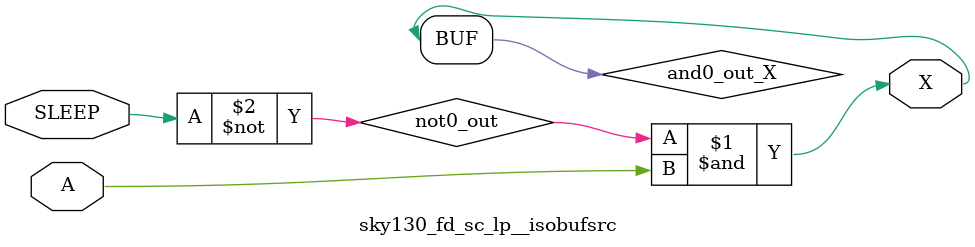
<source format=v>
/*
 * Copyright 2020 The SkyWater PDK Authors
 *
 * Licensed under the Apache License, Version 2.0 (the "License");
 * you may not use this file except in compliance with the License.
 * You may obtain a copy of the License at
 *
 *     https://www.apache.org/licenses/LICENSE-2.0
 *
 * Unless required by applicable law or agreed to in writing, software
 * distributed under the License is distributed on an "AS IS" BASIS,
 * WITHOUT WARRANTIES OR CONDITIONS OF ANY KIND, either express or implied.
 * See the License for the specific language governing permissions and
 * limitations under the License.
 *
 * SPDX-License-Identifier: Apache-2.0
*/


`ifndef SKY130_FD_SC_LP__ISOBUFSRC_FUNCTIONAL_V
`define SKY130_FD_SC_LP__ISOBUFSRC_FUNCTIONAL_V

/**
 * isobufsrc: Input isolation, noninverted sleep.
 *
 *            X = (!A | SLEEP)
 *
 * Verilog simulation functional model.
 */

`timescale 1ns / 1ps
`default_nettype none

`celldefine
module sky130_fd_sc_lp__isobufsrc (
    X    ,
    SLEEP,
    A
);

    // Module ports
    output X    ;
    input  SLEEP;
    input  A    ;

    // Local signals
    wire not0_out  ;
    wire and0_out_X;

    //  Name  Output      Other arguments
    not not0 (not0_out  , SLEEP          );
    and and0 (and0_out_X, not0_out, A    );
    buf buf0 (X         , and0_out_X     );

endmodule
`endcelldefine

`default_nettype wire
`endif  // SKY130_FD_SC_LP__ISOBUFSRC_FUNCTIONAL_V

</source>
